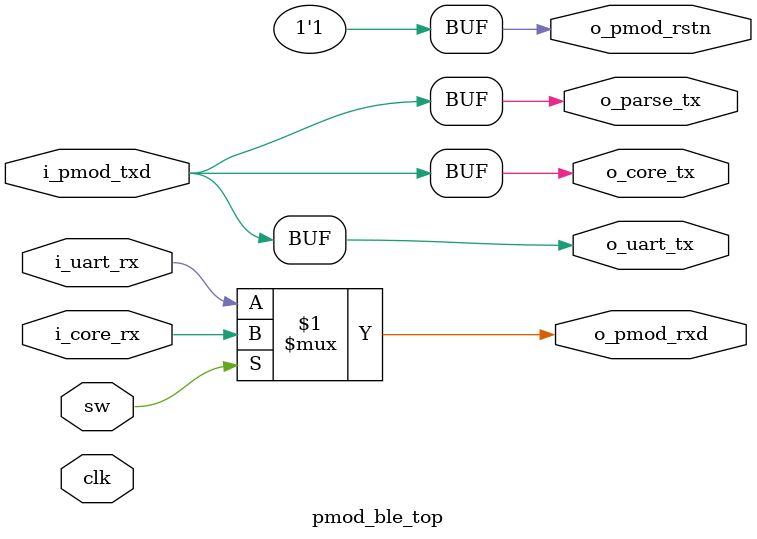
<source format=v>
/*
 * File: \ble_pmod_top.v
 * Project: c:\Users\Chuck\ECE540\fnlproj-team-tbc\rvfpga\src\SweRVolfSoC\Peripherals\custom
 * Created Date: Wednesday, February 24th 2021, 7:39:35 pm
 * Author: Chuck Faber
 * -----
 * Last Modified: Mon Mar 01 2021
 * Modified By: Chuck Faber
 * -----
 * Copyright (c) 2021 Portland State University
 * 
 * "Any time I had a problem, and I threw a Molotov cocktail…Boom, right away, I had a different problem."
 * - Jason Mendoza
 * -----
 * HISTORY:
 * Date      	By	Comments
 * ----------	---	----------------------------------------------------------
 */

module pmod_ble_top
(
    input clk,

    // Computer UART Connections
    input i_uart_rx,        // UART RX Data from Computer
    output o_uart_tx,       // UART TX Data To Computer

    // Uart Core Connections
    input i_core_rx,
    output o_core_tx,

    // Signal for hardware parsing
    output o_parse_tx,

    // Select switch
    input sw,

    // PMOD Interface
    output o_pmod_rxd,      // Receive on RN4871 - FPGA drives this -- pin 2
    input i_pmod_txd,       // Transmit on RN4871 -- pin 3
    output o_pmod_rstn     // pin 8

);

    // Forward data from computer to the bluetooth transmitter
    assign o_uart_tx = i_pmod_txd;
    assign o_core_tx = i_pmod_txd;
    assign o_parse_tx = i_pmod_txd;
    assign o_pmod_rxd = sw ? i_core_rx : i_uart_rx;
    // assign o_pmod_rxd = i_uart_rx;

    // Drive BT chip out of reset
    assign o_pmod_rstn = 1'b1;

endmodule
</source>
